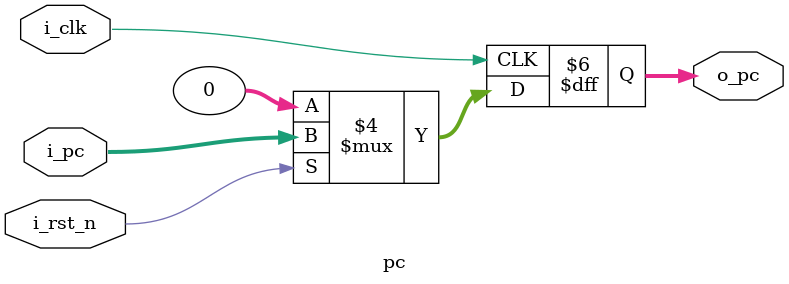
<source format=v>
module pc(i_clk, i_rst_n, i_pc, o_pc);

input               i_clk, i_rst_n;
input       [31:0]  i_pc;
output  reg [31:0]  o_pc;

 always @(posedge i_clk)
		if (!i_rst_n)
			o_pc <= 0;
		else
			o_pc <= i_pc;
    
  
endmodule
</source>
